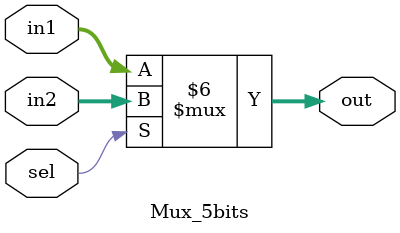
<source format=v>
module InstMem(Pc,Clk,InstReg);

input [31:0] Pc ;  // program counter to identify which inst
input  Clk; // same for all of the program
output reg [31:0] InstReg ; //  the inst that coincides with that pc number 
reg [31:0]IMemory[0:1023]; //  the memory reg.s .
integer i;

initial
		begin	
			
			for(i=0;i<1024;i=i+1)
				begin
					IMemory[i]<=0;
				end									 
		//$readmembh("instructionMemory.txt",IMemory);	
end					

always @(*)
begin
	//$display("k %b",IMemory[0]);
	//$display("k %b",Pc);	
	//$display("k %b",Clk);	
	InstReg <= IMemory[Pc>>2]; 
	// as pc points to a bit so divide by 4 to point to a word 
        
end

endmodule




module DataMem ( Address , writeData , MemRead , MemWrite  , Clk , ReadData );

input [31:0] Address   ; // the address to read or write  in . 
input [31:0] writeData ; // the data to be writen in that address . 
input MemWrite ; // write enable . 
input MemRead  ; // read  enable .
input Clk; 	  // all compennts must have same clk 	.

output reg [31:0] ReadData ; // data to be read from memory.
reg[31:0]DMemory[0:1023]; // the memory reg.s .
integer i;

initial
begin	
			
			for(i=0;i<1024;i=i+1)
				begin
					DMemory[i]<=0;
				end		
	//			$display("%b",DMemory[1]);
	
	//	$readmembh("DataMemory.txt",DMemory);		
		//$display("%b",DMemory[1]);
end	


always @(*)
begin			 
	//$display("it is a posedge");
if ( MemWrite )

	DMemory  [Address>>2]  <= writeData ;  
else   
	begin						
		//$display("mem Write=0,address=%b",Address>>2);
	ReadData <= DMemory[Address>>2] ; 	
	//$display("ReadData=%b",ReadData);
	end

end

endmodule




module ClkGen (Clk);



output reg Clk ; // FREQ = 1/ 2*N *10 pow(-9)

initial 
Clk = 0 ;

always
begin
#5 Clk  = 0 ;//N=1
#5 Clk  = 1 ;
end

endmodule

module Mux_5bits ( in1 , in2 , sel , out);
input [4:0] in1,in2;
input sel;
output reg [4:0] out ;

always @ (*)
begin
if(sel ==1'b0)
 out = in1 ;
else out = in2 ;
end
endmodule



</source>
